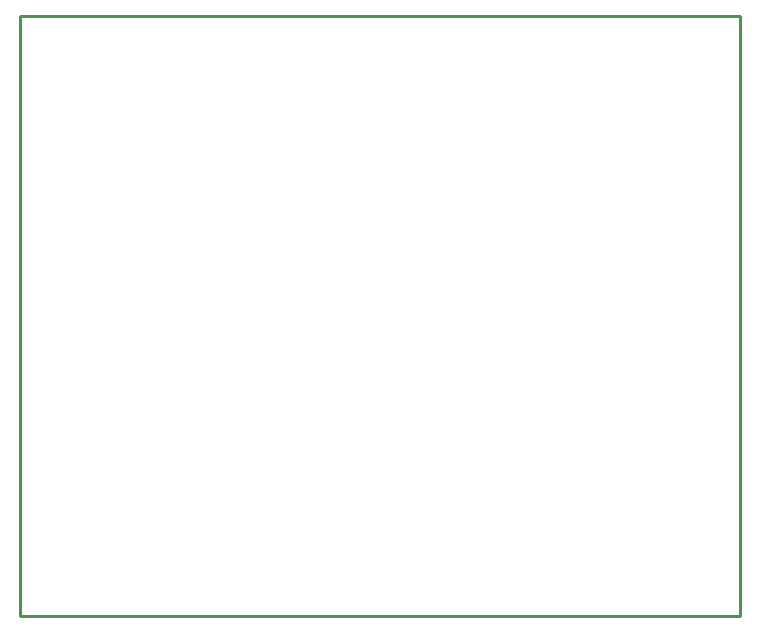
<source format=gko>
G04 Layer: BoardOutline*
G04 EasyEDA v6.4.25, 2021-12-02T19:10:48+01:00*
G04 15ecca0207564e248d2aa7e8b5e7a0d8,208c6ab82c1b43e5b5e4dc1230921930,10*
G04 Gerber Generator version 0.2*
G04 Scale: 100 percent, Rotated: No, Reflected: No *
G04 Dimensions in millimeters *
G04 leading zeros omitted , absolute positions ,4 integer and 5 decimal *
%FSLAX45Y45*%
%MOMM*%

%ADD10C,0.2540*%
D10*
X762000Y11176000D02*
G01*
X6858000Y11176000D01*
X6858000Y6096000D01*
X762000Y6096000D01*
X762000Y11176000D01*

%LPD*%
M02*

</source>
